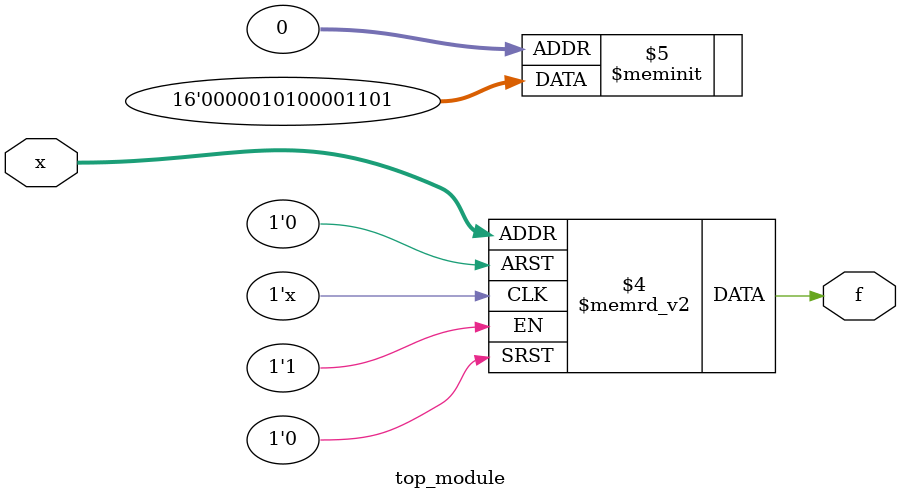
<source format=sv>
module top_module (
	input [4:1] x,
	output logic f
);

  always_comb begin
    case(x)
      4'b0000: f = 1'b1;
      4'b0001: f = 1'b0;
      4'b0011: f = 1'b1;
      4'b0010: f = 1'b1;
      4'b0110: f = 1'b0;
      4'b1000: f = 1'b1;
      4'b1001: f = 1'b0;
      4'b1011: f = 1'b0;
      4'b1010: f = 1'b1;
      default: f = 1'b0;
    endcase
  end

endmodule

</source>
